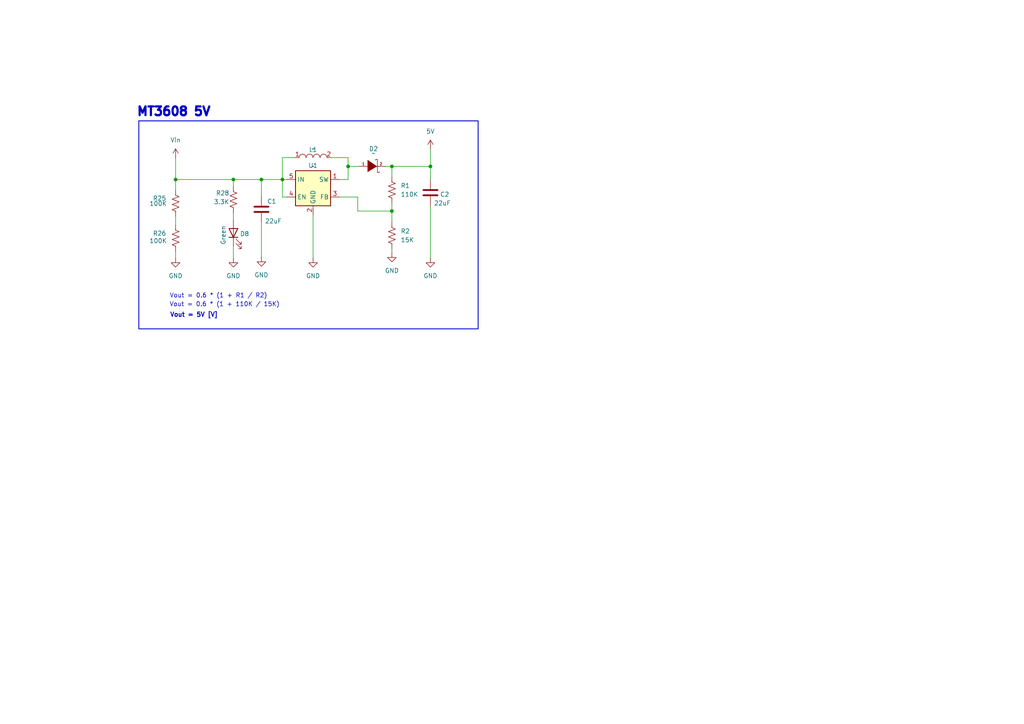
<source format=kicad_sch>
(kicad_sch
	(version 20250114)
	(generator "eeschema")
	(generator_version "9.0")
	(uuid "10785ebf-a92a-4057-9d12-87fb2c22e6f3")
	(paper "A4")
	(lib_symbols
		(symbol "Device:C"
			(pin_numbers
				(hide yes)
			)
			(pin_names
				(offset 0.254)
			)
			(exclude_from_sim no)
			(in_bom yes)
			(on_board yes)
			(property "Reference" "C"
				(at 0.635 2.54 0)
				(effects
					(font
						(size 1.27 1.27)
					)
					(justify left)
				)
			)
			(property "Value" "C"
				(at 0.635 -2.54 0)
				(effects
					(font
						(size 1.27 1.27)
					)
					(justify left)
				)
			)
			(property "Footprint" ""
				(at 0.9652 -3.81 0)
				(effects
					(font
						(size 1.27 1.27)
					)
					(hide yes)
				)
			)
			(property "Datasheet" "~"
				(at 0 0 0)
				(effects
					(font
						(size 1.27 1.27)
					)
					(hide yes)
				)
			)
			(property "Description" "Unpolarized capacitor"
				(at 0 0 0)
				(effects
					(font
						(size 1.27 1.27)
					)
					(hide yes)
				)
			)
			(property "ki_keywords" "cap capacitor"
				(at 0 0 0)
				(effects
					(font
						(size 1.27 1.27)
					)
					(hide yes)
				)
			)
			(property "ki_fp_filters" "C_*"
				(at 0 0 0)
				(effects
					(font
						(size 1.27 1.27)
					)
					(hide yes)
				)
			)
			(symbol "C_0_1"
				(polyline
					(pts
						(xy -2.032 0.762) (xy 2.032 0.762)
					)
					(stroke
						(width 0.508)
						(type default)
					)
					(fill
						(type none)
					)
				)
				(polyline
					(pts
						(xy -2.032 -0.762) (xy 2.032 -0.762)
					)
					(stroke
						(width 0.508)
						(type default)
					)
					(fill
						(type none)
					)
				)
			)
			(symbol "C_1_1"
				(pin passive line
					(at 0 3.81 270)
					(length 2.794)
					(name "~"
						(effects
							(font
								(size 1.27 1.27)
							)
						)
					)
					(number "1"
						(effects
							(font
								(size 1.27 1.27)
							)
						)
					)
				)
				(pin passive line
					(at 0 -3.81 90)
					(length 2.794)
					(name "~"
						(effects
							(font
								(size 1.27 1.27)
							)
						)
					)
					(number "2"
						(effects
							(font
								(size 1.27 1.27)
							)
						)
					)
				)
			)
			(embedded_fonts no)
		)
		(symbol "Device:LED"
			(pin_numbers
				(hide yes)
			)
			(pin_names
				(offset 1.016)
				(hide yes)
			)
			(exclude_from_sim no)
			(in_bom yes)
			(on_board yes)
			(property "Reference" "D"
				(at 0 2.54 0)
				(effects
					(font
						(size 1.27 1.27)
					)
				)
			)
			(property "Value" "LED"
				(at 0 -2.54 0)
				(effects
					(font
						(size 1.27 1.27)
					)
				)
			)
			(property "Footprint" ""
				(at 0 0 0)
				(effects
					(font
						(size 1.27 1.27)
					)
					(hide yes)
				)
			)
			(property "Datasheet" "~"
				(at 0 0 0)
				(effects
					(font
						(size 1.27 1.27)
					)
					(hide yes)
				)
			)
			(property "Description" "Light emitting diode"
				(at 0 0 0)
				(effects
					(font
						(size 1.27 1.27)
					)
					(hide yes)
				)
			)
			(property "ki_keywords" "LED diode"
				(at 0 0 0)
				(effects
					(font
						(size 1.27 1.27)
					)
					(hide yes)
				)
			)
			(property "ki_fp_filters" "LED* LED_SMD:* LED_THT:*"
				(at 0 0 0)
				(effects
					(font
						(size 1.27 1.27)
					)
					(hide yes)
				)
			)
			(symbol "LED_0_1"
				(polyline
					(pts
						(xy -3.048 -0.762) (xy -4.572 -2.286) (xy -3.81 -2.286) (xy -4.572 -2.286) (xy -4.572 -1.524)
					)
					(stroke
						(width 0)
						(type default)
					)
					(fill
						(type none)
					)
				)
				(polyline
					(pts
						(xy -1.778 -0.762) (xy -3.302 -2.286) (xy -2.54 -2.286) (xy -3.302 -2.286) (xy -3.302 -1.524)
					)
					(stroke
						(width 0)
						(type default)
					)
					(fill
						(type none)
					)
				)
				(polyline
					(pts
						(xy -1.27 0) (xy 1.27 0)
					)
					(stroke
						(width 0)
						(type default)
					)
					(fill
						(type none)
					)
				)
				(polyline
					(pts
						(xy -1.27 -1.27) (xy -1.27 1.27)
					)
					(stroke
						(width 0.254)
						(type default)
					)
					(fill
						(type none)
					)
				)
				(polyline
					(pts
						(xy 1.27 -1.27) (xy 1.27 1.27) (xy -1.27 0) (xy 1.27 -1.27)
					)
					(stroke
						(width 0.254)
						(type default)
					)
					(fill
						(type none)
					)
				)
			)
			(symbol "LED_1_1"
				(pin passive line
					(at -3.81 0 0)
					(length 2.54)
					(name "K"
						(effects
							(font
								(size 1.27 1.27)
							)
						)
					)
					(number "1"
						(effects
							(font
								(size 1.27 1.27)
							)
						)
					)
				)
				(pin passive line
					(at 3.81 0 180)
					(length 2.54)
					(name "A"
						(effects
							(font
								(size 1.27 1.27)
							)
						)
					)
					(number "2"
						(effects
							(font
								(size 1.27 1.27)
							)
						)
					)
				)
			)
			(embedded_fonts no)
		)
		(symbol "Device:R_US"
			(pin_numbers
				(hide yes)
			)
			(pin_names
				(offset 0)
			)
			(exclude_from_sim no)
			(in_bom yes)
			(on_board yes)
			(property "Reference" "R"
				(at 2.54 0 90)
				(effects
					(font
						(size 1.27 1.27)
					)
				)
			)
			(property "Value" "R_US"
				(at -2.54 0 90)
				(effects
					(font
						(size 1.27 1.27)
					)
				)
			)
			(property "Footprint" ""
				(at 1.016 -0.254 90)
				(effects
					(font
						(size 1.27 1.27)
					)
					(hide yes)
				)
			)
			(property "Datasheet" "~"
				(at 0 0 0)
				(effects
					(font
						(size 1.27 1.27)
					)
					(hide yes)
				)
			)
			(property "Description" "Resistor, US symbol"
				(at 0 0 0)
				(effects
					(font
						(size 1.27 1.27)
					)
					(hide yes)
				)
			)
			(property "ki_keywords" "R res resistor"
				(at 0 0 0)
				(effects
					(font
						(size 1.27 1.27)
					)
					(hide yes)
				)
			)
			(property "ki_fp_filters" "R_*"
				(at 0 0 0)
				(effects
					(font
						(size 1.27 1.27)
					)
					(hide yes)
				)
			)
			(symbol "R_US_0_1"
				(polyline
					(pts
						(xy 0 2.286) (xy 0 2.54)
					)
					(stroke
						(width 0)
						(type default)
					)
					(fill
						(type none)
					)
				)
				(polyline
					(pts
						(xy 0 2.286) (xy 1.016 1.905) (xy 0 1.524) (xy -1.016 1.143) (xy 0 0.762)
					)
					(stroke
						(width 0)
						(type default)
					)
					(fill
						(type none)
					)
				)
				(polyline
					(pts
						(xy 0 0.762) (xy 1.016 0.381) (xy 0 0) (xy -1.016 -0.381) (xy 0 -0.762)
					)
					(stroke
						(width 0)
						(type default)
					)
					(fill
						(type none)
					)
				)
				(polyline
					(pts
						(xy 0 -0.762) (xy 1.016 -1.143) (xy 0 -1.524) (xy -1.016 -1.905) (xy 0 -2.286)
					)
					(stroke
						(width 0)
						(type default)
					)
					(fill
						(type none)
					)
				)
				(polyline
					(pts
						(xy 0 -2.286) (xy 0 -2.54)
					)
					(stroke
						(width 0)
						(type default)
					)
					(fill
						(type none)
					)
				)
			)
			(symbol "R_US_1_1"
				(pin passive line
					(at 0 3.81 270)
					(length 1.27)
					(name "~"
						(effects
							(font
								(size 1.27 1.27)
							)
						)
					)
					(number "1"
						(effects
							(font
								(size 1.27 1.27)
							)
						)
					)
				)
				(pin passive line
					(at 0 -3.81 90)
					(length 1.27)
					(name "~"
						(effects
							(font
								(size 1.27 1.27)
							)
						)
					)
					(number "2"
						(effects
							(font
								(size 1.27 1.27)
							)
						)
					)
				)
			)
			(embedded_fonts no)
		)
		(symbol "JuanDavid_Library:Coil_3.3A_4.7uH"
			(exclude_from_sim no)
			(in_bom yes)
			(on_board yes)
			(property "Reference" "L"
				(at 0 2.54 0)
				(effects
					(font
						(size 1.27 1.27)
					)
				)
			)
			(property "Value" ""
				(at -1.27 2.54 0)
				(effects
					(font
						(size 1.27 1.27)
					)
				)
			)
			(property "Footprint" "JuanDavid_Library:IND-SMD_L6.0-W6.0"
				(at 0 -5.08 0)
				(effects
					(font
						(size 1.27 1.27)
					)
					(hide yes)
				)
			)
			(property "Datasheet" ""
				(at -1.27 2.54 0)
				(effects
					(font
						(size 1.27 1.27)
					)
					(hide yes)
				)
			)
			(property "Description" ""
				(at -1.27 2.54 0)
				(effects
					(font
						(size 1.27 1.27)
					)
					(hide yes)
				)
			)
			(property "LCSC Part" "C341065"
				(at 0 -2.54 0)
				(effects
					(font
						(size 1.27 1.27)
					)
					(hide yes)
				)
			)
			(property "Name " "Coil"
				(at -3.81 -7.62 0)
				(effects
					(font
						(size 1.27 1.27)
					)
					(hide yes)
				)
			)
			(symbol "Coil_3.3A_4.7uH_0_1"
				(arc
					(start -4.06 -0.01)
					(mid -3.055 1.013)
					(end -2.03 0.01)
					(stroke
						(width 0)
						(type default)
					)
					(fill
						(type none)
					)
				)
				(arc
					(start -2.03 -0.01)
					(mid -1.025 1.013)
					(end 0 0.01)
					(stroke
						(width 0)
						(type default)
					)
					(fill
						(type none)
					)
				)
				(arc
					(start 0 -0.01)
					(mid 1.005 1.013)
					(end 2.03 0.01)
					(stroke
						(width 0)
						(type default)
					)
					(fill
						(type none)
					)
				)
				(arc
					(start 2.03 -0.01)
					(mid 3.035 1.013)
					(end 4.06 0.01)
					(stroke
						(width 0)
						(type default)
					)
					(fill
						(type none)
					)
				)
			)
			(symbol "Coil_3.3A_4.7uH_1_1"
				(pin unspecified line
					(at -5.08 0 0)
					(length 1.016)
					(name ""
						(effects
							(font
								(size 1.27 1.27)
							)
						)
					)
					(number "1"
						(effects
							(font
								(size 1.27 1.27)
							)
						)
					)
				)
				(pin unspecified line
					(at 5.08 0 180)
					(length 1.016)
					(name ""
						(effects
							(font
								(size 1.27 1.27)
							)
						)
					)
					(number "2"
						(effects
							(font
								(size 1.27 1.27)
							)
						)
					)
				)
			)
			(embedded_fonts no)
		)
		(symbol "JuanDavid_Library:MT3608"
			(exclude_from_sim no)
			(in_bom yes)
			(on_board yes)
			(property "Reference" "U"
				(at 0.254 8.636 0)
				(effects
					(font
						(size 1.27 1.27)
					)
				)
			)
			(property "Value" ""
				(at 0 0 0)
				(effects
					(font
						(size 1.27 1.27)
					)
				)
			)
			(property "Footprint" "JuanDavid_Library:SOT-23-6_L2.9-W1.6-P0.95-LS2.8-BL"
				(at 1.27 -11.176 0)
				(effects
					(font
						(size 1.27 1.27)
					)
					(hide yes)
				)
			)
			(property "Datasheet" ""
				(at 0 0 0)
				(effects
					(font
						(size 1.27 1.27)
					)
					(hide yes)
				)
			)
			(property "Description" "boost converterType 28V 2V~24V SOT-23-6 DC-DC Converters ROHS"
				(at 1.27 -16.51 0)
				(effects
					(font
						(size 1.27 1.27)
					)
					(hide yes)
				)
			)
			(property "LCSC Part" "C84817"
				(at -7.366 -9.144 0)
				(effects
					(font
						(size 1.27 1.27)
					)
					(hide yes)
				)
			)
			(property "Name" "MT3608"
				(at 0 0 0)
				(effects
					(font
						(size 1.27 1.27)
					)
					(hide yes)
				)
			)
			(symbol "MT3608_0_1"
				(rectangle
					(start -5.08 5.08)
					(end 5.08 -5.08)
					(stroke
						(width 0.254)
						(type default)
					)
					(fill
						(type background)
					)
				)
			)
			(symbol "MT3608_1_1"
				(pin power_in line
					(at -7.62 2.54 0)
					(length 2.54)
					(name "IN"
						(effects
							(font
								(size 1.27 1.27)
							)
						)
					)
					(number "5"
						(effects
							(font
								(size 1.27 1.27)
							)
						)
					)
				)
				(pin input line
					(at -7.62 -2.54 0)
					(length 2.54)
					(name "EN"
						(effects
							(font
								(size 1.27 1.27)
							)
						)
					)
					(number "4"
						(effects
							(font
								(size 1.27 1.27)
							)
						)
					)
				)
				(pin power_in line
					(at 0 -7.62 90)
					(length 2.54)
					(name "GND"
						(effects
							(font
								(size 1.27 1.27)
							)
						)
					)
					(number "2"
						(effects
							(font
								(size 1.27 1.27)
							)
						)
					)
				)
				(pin no_connect line
					(at 5.08 0 180)
					(length 2.54)
					(hide yes)
					(name "NC"
						(effects
							(font
								(size 1.27 1.27)
							)
						)
					)
					(number "6"
						(effects
							(font
								(size 1.27 1.27)
							)
						)
					)
				)
				(pin passive line
					(at 7.62 2.54 180)
					(length 2.54)
					(name "SW"
						(effects
							(font
								(size 1.27 1.27)
							)
						)
					)
					(number "1"
						(effects
							(font
								(size 1.27 1.27)
							)
						)
					)
				)
				(pin input line
					(at 7.62 -2.54 180)
					(length 2.54)
					(name "FB"
						(effects
							(font
								(size 1.27 1.27)
							)
						)
					)
					(number "3"
						(effects
							(font
								(size 1.27 1.27)
							)
						)
					)
				)
			)
			(embedded_fonts no)
		)
		(symbol "SS54_1"
			(exclude_from_sim no)
			(in_bom yes)
			(on_board yes)
			(property "Reference" "D"
				(at 0 2.54 0)
				(effects
					(font
						(size 1.27 1.27)
					)
				)
			)
			(property "Value" ""
				(at 0 0 0)
				(effects
					(font
						(size 1.27 1.27)
					)
				)
			)
			(property "Footprint" "JuanDavid_Library:SMA_L4.4-W2.8-LS5.4-R-RD"
				(at 1.27 -6.35 0)
				(effects
					(font
						(size 1.27 1.27)
					)
					(hide yes)
				)
			)
			(property "Datasheet" ""
				(at 0 0 0)
				(effects
					(font
						(size 1.27 1.27)
					)
					(hide yes)
				)
			)
			(property "Description" "40V 550mV@5A 5A SMA(DO-214AC) Schottky Barrier Diodes (SBD) ROHS"
				(at 1.27 -8.89 0)
				(effects
					(font
						(size 1.27 1.27)
					)
					(hide yes)
				)
			)
			(property "LCSC Part" "C22452"
				(at 0 -3.81 0)
				(effects
					(font
						(size 1.27 1.27)
					)
					(hide yes)
				)
			)
			(property "Name" "SS54"
				(at 1.27 -11.43 0)
				(effects
					(font
						(size 1.27 1.27)
					)
					(hide yes)
				)
			)
			(symbol "SS54_1_0_1"
				(polyline
					(pts
						(xy -2.03 1.52) (xy -2.03 1.78) (xy -1.52 1.78) (xy -1.52 -2.03) (xy -1.02 -2.03) (xy -1.02 -1.78)
					)
					(stroke
						(width 0)
						(type default)
					)
					(fill
						(type none)
					)
				)
			)
			(symbol "SS54_1_1_1"
				(polyline
					(pts
						(xy 1.27 1.52) (xy -1.27 0) (xy 1.27 -1.78) (xy 1.27 1.52)
					)
					(stroke
						(width 0)
						(type solid)
					)
					(fill
						(type color)
						(color 132 0 0 1)
					)
				)
				(pin output line
					(at -3.81 0 0)
					(length 2.54)
					(name ""
						(effects
							(font
								(size 1.27 1.27)
							)
						)
					)
					(number "2"
						(effects
							(font
								(size 0.762 0.762)
							)
						)
					)
				)
				(pin input line
					(at 3.81 0 180)
					(length 2.54)
					(name ""
						(effects
							(font
								(size 1.27 1.27)
							)
						)
					)
					(number "1"
						(effects
							(font
								(size 0.762 0.762)
							)
						)
					)
				)
			)
			(embedded_fonts no)
		)
		(symbol "power:+5V"
			(power)
			(pin_numbers
				(hide yes)
			)
			(pin_names
				(offset 0)
				(hide yes)
			)
			(exclude_from_sim no)
			(in_bom yes)
			(on_board yes)
			(property "Reference" "#PWR"
				(at 0 -3.81 0)
				(effects
					(font
						(size 1.27 1.27)
					)
					(hide yes)
				)
			)
			(property "Value" "+5V"
				(at 0 3.556 0)
				(effects
					(font
						(size 1.27 1.27)
					)
				)
			)
			(property "Footprint" ""
				(at 0 0 0)
				(effects
					(font
						(size 1.27 1.27)
					)
					(hide yes)
				)
			)
			(property "Datasheet" ""
				(at 0 0 0)
				(effects
					(font
						(size 1.27 1.27)
					)
					(hide yes)
				)
			)
			(property "Description" "Power symbol creates a global label with name \"+5V\""
				(at 0 0 0)
				(effects
					(font
						(size 1.27 1.27)
					)
					(hide yes)
				)
			)
			(property "ki_keywords" "global power"
				(at 0 0 0)
				(effects
					(font
						(size 1.27 1.27)
					)
					(hide yes)
				)
			)
			(symbol "+5V_0_1"
				(polyline
					(pts
						(xy -0.762 1.27) (xy 0 2.54)
					)
					(stroke
						(width 0)
						(type default)
					)
					(fill
						(type none)
					)
				)
				(polyline
					(pts
						(xy 0 2.54) (xy 0.762 1.27)
					)
					(stroke
						(width 0)
						(type default)
					)
					(fill
						(type none)
					)
				)
				(polyline
					(pts
						(xy 0 0) (xy 0 2.54)
					)
					(stroke
						(width 0)
						(type default)
					)
					(fill
						(type none)
					)
				)
			)
			(symbol "+5V_1_1"
				(pin power_in line
					(at 0 0 90)
					(length 0)
					(name "~"
						(effects
							(font
								(size 1.27 1.27)
							)
						)
					)
					(number "1"
						(effects
							(font
								(size 1.27 1.27)
							)
						)
					)
				)
			)
			(embedded_fonts no)
		)
		(symbol "power:GND"
			(power)
			(pin_numbers
				(hide yes)
			)
			(pin_names
				(offset 0)
				(hide yes)
			)
			(exclude_from_sim no)
			(in_bom yes)
			(on_board yes)
			(property "Reference" "#PWR"
				(at 0 -6.35 0)
				(effects
					(font
						(size 1.27 1.27)
					)
					(hide yes)
				)
			)
			(property "Value" "GND"
				(at 0 -3.81 0)
				(effects
					(font
						(size 1.27 1.27)
					)
				)
			)
			(property "Footprint" ""
				(at 0 0 0)
				(effects
					(font
						(size 1.27 1.27)
					)
					(hide yes)
				)
			)
			(property "Datasheet" ""
				(at 0 0 0)
				(effects
					(font
						(size 1.27 1.27)
					)
					(hide yes)
				)
			)
			(property "Description" "Power symbol creates a global label with name \"GND\" , ground"
				(at 0 0 0)
				(effects
					(font
						(size 1.27 1.27)
					)
					(hide yes)
				)
			)
			(property "ki_keywords" "global power"
				(at 0 0 0)
				(effects
					(font
						(size 1.27 1.27)
					)
					(hide yes)
				)
			)
			(symbol "GND_0_1"
				(polyline
					(pts
						(xy 0 0) (xy 0 -1.27) (xy 1.27 -1.27) (xy 0 -2.54) (xy -1.27 -1.27) (xy 0 -1.27)
					)
					(stroke
						(width 0)
						(type default)
					)
					(fill
						(type none)
					)
				)
			)
			(symbol "GND_1_1"
				(pin power_in line
					(at 0 0 270)
					(length 0)
					(name "~"
						(effects
							(font
								(size 1.27 1.27)
							)
						)
					)
					(number "1"
						(effects
							(font
								(size 1.27 1.27)
							)
						)
					)
				)
			)
			(embedded_fonts no)
		)
	)
	(rectangle
		(start 40.259 35.052)
		(end 138.684 95.377)
		(stroke
			(width 0.254)
			(type default)
		)
		(fill
			(type none)
		)
		(uuid 009f73ca-0357-47a0-8a7b-f2066c82d6ef)
	)
	(text "MT3608 5V"
		(exclude_from_sim no)
		(at 50.419 32.512 0)
		(effects
			(font
				(size 2.54 2.54)
				(thickness 1.016)
				(bold yes)
			)
		)
		(uuid "7e1838b6-f9b7-4760-beee-199604203d89")
	)
	(text "Vout = 0.6 * (1 + R1 / R2)"
		(exclude_from_sim no)
		(at 63.373 85.852 0)
		(effects
			(font
				(size 1.27 1.27)
			)
		)
		(uuid "c2763c90-c047-4c07-9061-0823f35b0a04")
	)
	(text "Vout = 0.6 * (1 + ${62d996f4-4582-40a5-851a-0a104daa3b9f:VALUE} / ${ee5182a1-da48-49d6-bcc3-243607e9afd5:VALUE})"
		(exclude_from_sim no)
		(at 65.151 88.392 0)
		(effects
			(font
				(size 1.27 1.27)
			)
		)
		(uuid "e0b1f7d6-e34f-48eb-be18-1b0f39a901ac")
	)
	(text "Vout = 5V [V]"
		(exclude_from_sim no)
		(at 56.261 91.44 0)
		(effects
			(font
				(size 1.27 1.27)
				(thickness 0.254)
				(bold yes)
			)
		)
		(uuid "fdf5068f-0e25-402a-b975-b065c555bbf6")
	)
	(junction
		(at 50.927 52.07)
		(diameter 0)
		(color 0 0 0 0)
		(uuid "4460297d-21aa-4580-b342-8c0a0fe9bced")
	)
	(junction
		(at 113.665 61.214)
		(diameter 0)
		(color 0 0 0 0)
		(uuid "46927353-8b6e-48fc-aef6-0a0229213860")
	)
	(junction
		(at 81.915 52.07)
		(diameter 0)
		(color 0 0 0 0)
		(uuid "55bb521c-a72f-4ad8-adce-6c1b91c1aef8")
	)
	(junction
		(at 100.965 48.26)
		(diameter 0)
		(color 0 0 0 0)
		(uuid "68935425-1bb7-43d5-b7a6-a49768d3b2a4")
	)
	(junction
		(at 124.841 48.26)
		(diameter 0)
		(color 0 0 0 0)
		(uuid "890db574-8ff8-4074-82c3-c49b5dc4e139")
	)
	(junction
		(at 67.691 52.07)
		(diameter 0)
		(color 0 0 0 0)
		(uuid "89317b1b-867f-4b30-b80c-e0c817fec55d")
	)
	(junction
		(at 113.665 48.26)
		(diameter 0)
		(color 0 0 0 0)
		(uuid "94ddd4ff-b756-438e-a3d3-8a49302a6a2d")
	)
	(junction
		(at 75.819 52.07)
		(diameter 0)
		(color 0 0 0 0)
		(uuid "9e1285ec-cc11-4859-ae56-93db16c603aa")
	)
	(wire
		(pts
			(xy 67.691 52.07) (xy 67.691 54.102)
		)
		(stroke
			(width 0)
			(type default)
		)
		(uuid "02cd906a-5c41-4b36-bb44-5f3c70d4cf84")
	)
	(wire
		(pts
			(xy 67.691 52.07) (xy 75.819 52.07)
		)
		(stroke
			(width 0)
			(type default)
		)
		(uuid "07e7dceb-4e7d-4e95-b2e9-dcac3cf5de89")
	)
	(wire
		(pts
			(xy 98.425 52.07) (xy 100.965 52.07)
		)
		(stroke
			(width 0)
			(type default)
		)
		(uuid "1b06d324-5f31-49f9-9de3-a73891ef6188")
	)
	(wire
		(pts
			(xy 113.665 48.26) (xy 113.665 51.308)
		)
		(stroke
			(width 0)
			(type default)
		)
		(uuid "24fd018d-dd07-4e1d-a6cf-c54405f0dbcd")
	)
	(wire
		(pts
			(xy 50.927 52.07) (xy 67.691 52.07)
		)
		(stroke
			(width 0)
			(type default)
		)
		(uuid "2a0cc529-8b23-4389-941e-926230a632d9")
	)
	(wire
		(pts
			(xy 103.759 61.214) (xy 113.665 61.214)
		)
		(stroke
			(width 0)
			(type default)
		)
		(uuid "2a3cf006-a949-41c3-b22b-1bf8eedecc4c")
	)
	(wire
		(pts
			(xy 75.819 56.896) (xy 75.819 52.07)
		)
		(stroke
			(width 0)
			(type default)
		)
		(uuid "3c7cb3ea-c18a-4613-a6a8-042f4ceb034f")
	)
	(wire
		(pts
			(xy 83.185 57.15) (xy 81.915 57.15)
		)
		(stroke
			(width 0)
			(type default)
		)
		(uuid "3dd70214-e69e-427d-bf02-95f4af6c36cf")
	)
	(wire
		(pts
			(xy 113.665 61.214) (xy 113.665 64.516)
		)
		(stroke
			(width 0)
			(type default)
		)
		(uuid "43fe0c55-683b-40de-b10a-097099055518")
	)
	(wire
		(pts
			(xy 124.841 48.26) (xy 124.841 52.07)
		)
		(stroke
			(width 0)
			(type default)
		)
		(uuid "47935233-20e4-4cf2-9eae-b0a813bc1913")
	)
	(wire
		(pts
			(xy 124.841 59.69) (xy 124.841 74.93)
		)
		(stroke
			(width 0)
			(type default)
		)
		(uuid "52ab7071-3ae0-435a-b11f-655168d2937c")
	)
	(wire
		(pts
			(xy 95.885 45.72) (xy 100.965 45.72)
		)
		(stroke
			(width 0)
			(type default)
		)
		(uuid "5a539f19-ef54-43de-a46f-36471c963b29")
	)
	(wire
		(pts
			(xy 50.927 45.72) (xy 50.927 52.07)
		)
		(stroke
			(width 0)
			(type default)
		)
		(uuid "5c1c32ac-ecdc-4dab-a881-e833bdbfb95c")
	)
	(wire
		(pts
			(xy 67.691 71.374) (xy 67.691 74.93)
		)
		(stroke
			(width 0)
			(type default)
		)
		(uuid "5e8633fb-f10d-412c-b222-b043cc9aed16")
	)
	(wire
		(pts
			(xy 100.965 45.72) (xy 100.965 48.26)
		)
		(stroke
			(width 0)
			(type default)
		)
		(uuid "602d22d5-e4f6-4a73-adc7-887aadb633fd")
	)
	(wire
		(pts
			(xy 124.841 43.18) (xy 124.841 48.26)
		)
		(stroke
			(width 0)
			(type default)
		)
		(uuid "6aaa75f6-e6c7-4f4e-86a3-01228b8b02b1")
	)
	(wire
		(pts
			(xy 50.927 72.898) (xy 50.927 74.93)
		)
		(stroke
			(width 0)
			(type default)
		)
		(uuid "70462163-ee09-46c1-9a16-d9ff1a99177c")
	)
	(wire
		(pts
			(xy 81.915 57.15) (xy 81.915 52.07)
		)
		(stroke
			(width 0)
			(type default)
		)
		(uuid "7296a59f-1988-4bb4-8a4b-0d22cc15f617")
	)
	(wire
		(pts
			(xy 98.425 57.15) (xy 103.759 57.15)
		)
		(stroke
			(width 0)
			(type default)
		)
		(uuid "72ee8579-c2c1-4fef-afbe-de3786e43435")
	)
	(wire
		(pts
			(xy 103.759 57.15) (xy 103.759 61.214)
		)
		(stroke
			(width 0)
			(type default)
		)
		(uuid "7454024b-d750-4f62-81ae-2b224f14be15")
	)
	(wire
		(pts
			(xy 85.725 45.72) (xy 81.915 45.72)
		)
		(stroke
			(width 0)
			(type default)
		)
		(uuid "7a42edb3-c17e-40f2-bc45-9cb16b0e242d")
	)
	(wire
		(pts
			(xy 50.927 62.738) (xy 50.927 65.278)
		)
		(stroke
			(width 0)
			(type default)
		)
		(uuid "8219945d-c554-4d1c-99b2-631a708cdefa")
	)
	(wire
		(pts
			(xy 75.819 52.07) (xy 81.915 52.07)
		)
		(stroke
			(width 0)
			(type default)
		)
		(uuid "842035fd-85fb-4595-a1af-1dcbd62bd740")
	)
	(wire
		(pts
			(xy 75.819 64.516) (xy 75.819 74.676)
		)
		(stroke
			(width 0)
			(type default)
		)
		(uuid "88af036c-f94d-4878-b6dc-1a337ade49e5")
	)
	(wire
		(pts
			(xy 50.927 52.07) (xy 50.927 55.118)
		)
		(stroke
			(width 0)
			(type default)
		)
		(uuid "923a771a-bd38-4a0d-9019-251674123e01")
	)
	(wire
		(pts
			(xy 111.76 48.26) (xy 113.665 48.26)
		)
		(stroke
			(width 0)
			(type default)
		)
		(uuid "9379a7a1-cbce-445c-ac4c-a7a02267a08b")
	)
	(wire
		(pts
			(xy 81.915 45.72) (xy 81.915 52.07)
		)
		(stroke
			(width 0)
			(type default)
		)
		(uuid "9bb8c2e4-6dfe-41ad-8f14-2ee735c863e8")
	)
	(wire
		(pts
			(xy 81.915 52.07) (xy 83.185 52.07)
		)
		(stroke
			(width 0)
			(type default)
		)
		(uuid "a64c63a5-c999-4a08-84d6-3545e672467e")
	)
	(wire
		(pts
			(xy 113.665 58.928) (xy 113.665 61.214)
		)
		(stroke
			(width 0)
			(type default)
		)
		(uuid "ad5a5ae0-80f5-4925-99f5-b9b2d1180bf1")
	)
	(wire
		(pts
			(xy 100.965 48.26) (xy 104.14 48.26)
		)
		(stroke
			(width 0)
			(type default)
		)
		(uuid "add02a89-4f18-4862-bfb0-1f8a70794f8a")
	)
	(wire
		(pts
			(xy 113.665 48.26) (xy 124.841 48.26)
		)
		(stroke
			(width 0)
			(type default)
		)
		(uuid "be213b01-60b8-4114-8373-957077f059e2")
	)
	(wire
		(pts
			(xy 67.691 61.722) (xy 67.691 63.754)
		)
		(stroke
			(width 0)
			(type default)
		)
		(uuid "c2adcf3c-a747-4a03-a2b3-1e3dc2e5b9c2")
	)
	(wire
		(pts
			(xy 100.965 48.26) (xy 100.965 52.07)
		)
		(stroke
			(width 0)
			(type default)
		)
		(uuid "c5fdba6a-849f-43b6-b0ff-e32fcc7f6c96")
	)
	(wire
		(pts
			(xy 90.805 62.23) (xy 90.805 74.93)
		)
		(stroke
			(width 0)
			(type default)
		)
		(uuid "efaab588-6e44-4dbb-ac9b-ffa222c18059")
	)
	(wire
		(pts
			(xy 113.665 72.136) (xy 113.665 73.406)
		)
		(stroke
			(width 0)
			(type default)
		)
		(uuid "f212ec3d-9170-4b06-a4b4-7d977696ebd8")
	)
	(symbol
		(lib_name "SS54_1")
		(lib_id "JuanDavid_Library:SS54")
		(at 107.95 48.26 180)
		(unit 1)
		(exclude_from_sim no)
		(in_bom yes)
		(on_board yes)
		(dnp no)
		(fields_autoplaced yes)
		(uuid "120491f2-db32-4684-a377-457f6d844a07")
		(property "Reference" "D2"
			(at 108.33 43.18 0)
			(effects
				(font
					(size 1.27 1.27)
				)
			)
		)
		(property "Value" "~"
			(at 108.33 44.45 0)
			(effects
				(font
					(size 1.27 1.27)
				)
			)
		)
		(property "Footprint" "JuanDavid_Library:SMA_L4.4-W2.8-LS5.4-R-RD"
			(at 106.68 41.91 0)
			(effects
				(font
					(size 1.27 1.27)
				)
				(hide yes)
			)
		)
		(property "Datasheet" ""
			(at 107.95 48.26 0)
			(effects
				(font
					(size 1.27 1.27)
				)
				(hide yes)
			)
		)
		(property "Description" "40V 550mV@5A 5A SMA(DO-214AC) Schottky Barrier Diodes (SBD) ROHS"
			(at 106.68 39.37 0)
			(effects
				(font
					(size 1.27 1.27)
				)
				(hide yes)
			)
		)
		(property "LCSC Part" "C22452"
			(at 107.95 44.45 0)
			(effects
				(font
					(size 1.27 1.27)
				)
				(hide yes)
			)
		)
		(property "Name" "SS54"
			(at 106.68 36.83 0)
			(effects
				(font
					(size 1.27 1.27)
				)
				(hide yes)
			)
		)
		(pin "2"
			(uuid "34805461-6054-4bdb-a31b-1745366dcd9e")
		)
		(pin "1"
			(uuid "1021dc95-3c32-4d03-b270-3e60a7244f65")
		)
		(instances
			(project ""
				(path "/174e25dc-8871-455c-9bd2-c4546b03a3b5"
					(reference "D2")
					(unit 1)
				)
			)
		)
	)
	(symbol
		(lib_id "power:GND")
		(at 113.665 73.406 0)
		(unit 1)
		(exclude_from_sim no)
		(in_bom yes)
		(on_board yes)
		(dnp no)
		(fields_autoplaced yes)
		(uuid "30f1b778-b78d-441c-8a31-3898a6a9edcd")
		(property "Reference" "#PWR06"
			(at 113.665 79.756 0)
			(effects
				(font
					(size 1.27 1.27)
				)
				(hide yes)
			)
		)
		(property "Value" "GND"
			(at 113.665 78.486 0)
			(effects
				(font
					(size 1.27 1.27)
				)
			)
		)
		(property "Footprint" ""
			(at 113.665 73.406 0)
			(effects
				(font
					(size 1.27 1.27)
				)
				(hide yes)
			)
		)
		(property "Datasheet" ""
			(at 113.665 73.406 0)
			(effects
				(font
					(size 1.27 1.27)
				)
				(hide yes)
			)
		)
		(property "Description" "Power symbol creates a global label with name \"GND\" , ground"
			(at 113.665 73.406 0)
			(effects
				(font
					(size 1.27 1.27)
				)
				(hide yes)
			)
		)
		(pin "1"
			(uuid "2205b548-751a-4c02-810e-87a4dd5b294e")
		)
		(instances
			(project "testdelete"
				(path "/174e25dc-8871-455c-9bd2-c4546b03a3b5"
					(reference "#PWR06")
					(unit 1)
				)
			)
		)
	)
	(symbol
		(lib_id "Device:R_US")
		(at 67.691 57.912 180)
		(unit 1)
		(exclude_from_sim no)
		(in_bom yes)
		(on_board yes)
		(dnp no)
		(uuid "3b9a8208-7a73-40fd-8e5c-82d1cbe5f88d")
		(property "Reference" "R28"
			(at 62.611 56.007 0)
			(effects
				(font
					(size 1.27 1.27)
				)
				(justify right)
			)
		)
		(property "Value" "3.3K"
			(at 61.976 58.547 0)
			(effects
				(font
					(size 1.27 1.27)
				)
				(justify right)
			)
		)
		(property "Footprint" "Resistor_SMD:R_0603_1608Metric"
			(at 66.675 57.658 90)
			(effects
				(font
					(size 1.27 1.27)
				)
				(hide yes)
			)
		)
		(property "Datasheet" "~"
			(at 67.691 57.912 0)
			(effects
				(font
					(size 1.27 1.27)
				)
				(hide yes)
			)
		)
		(property "Description" "Resistor, US symbol"
			(at 67.691 57.912 0)
			(effects
				(font
					(size 1.27 1.27)
				)
				(hide yes)
			)
		)
		(pin "2"
			(uuid "6625ef7d-de70-44f9-ba62-7c5c30492a42")
		)
		(pin "1"
			(uuid "bbbd8bb3-545b-49e8-84fc-f5963b1404fe")
		)
		(instances
			(project "testdelete"
				(path "/174e25dc-8871-455c-9bd2-c4546b03a3b5"
					(reference "R28")
					(unit 1)
				)
			)
		)
	)
	(symbol
		(lib_id "power:GND")
		(at 124.841 74.93 0)
		(unit 1)
		(exclude_from_sim no)
		(in_bom yes)
		(on_board yes)
		(dnp no)
		(fields_autoplaced yes)
		(uuid "4a65b6c6-6c10-4907-b854-cd2e859b3d9b")
		(property "Reference" "#PWR08"
			(at 124.841 81.28 0)
			(effects
				(font
					(size 1.27 1.27)
				)
				(hide yes)
			)
		)
		(property "Value" "GND"
			(at 124.841 80.01 0)
			(effects
				(font
					(size 1.27 1.27)
				)
			)
		)
		(property "Footprint" ""
			(at 124.841 74.93 0)
			(effects
				(font
					(size 1.27 1.27)
				)
				(hide yes)
			)
		)
		(property "Datasheet" ""
			(at 124.841 74.93 0)
			(effects
				(font
					(size 1.27 1.27)
				)
				(hide yes)
			)
		)
		(property "Description" "Power symbol creates a global label with name \"GND\" , ground"
			(at 124.841 74.93 0)
			(effects
				(font
					(size 1.27 1.27)
				)
				(hide yes)
			)
		)
		(pin "1"
			(uuid "2189dd65-19fa-4183-9dc5-3bbebb4fe51f")
		)
		(instances
			(project "testdelete"
				(path "/174e25dc-8871-455c-9bd2-c4546b03a3b5"
					(reference "#PWR08")
					(unit 1)
				)
			)
		)
	)
	(symbol
		(lib_id "power:+5V")
		(at 124.841 43.18 0)
		(unit 1)
		(exclude_from_sim no)
		(in_bom yes)
		(on_board yes)
		(dnp no)
		(fields_autoplaced yes)
		(uuid "4fc6018c-ca38-4eca-bbb6-6bda416e7200")
		(property "Reference" "#PWR07"
			(at 124.841 46.99 0)
			(effects
				(font
					(size 1.27 1.27)
				)
				(hide yes)
			)
		)
		(property "Value" "5V"
			(at 124.841 38.1 0)
			(effects
				(font
					(size 1.27 1.27)
				)
			)
		)
		(property "Footprint" ""
			(at 124.841 43.18 0)
			(effects
				(font
					(size 1.27 1.27)
				)
				(hide yes)
			)
		)
		(property "Datasheet" ""
			(at 124.841 43.18 0)
			(effects
				(font
					(size 1.27 1.27)
				)
				(hide yes)
			)
		)
		(property "Description" "Power symbol creates a global label with name \"+5V\""
			(at 124.841 43.18 0)
			(effects
				(font
					(size 1.27 1.27)
				)
				(hide yes)
			)
		)
		(pin "1"
			(uuid "11be8e29-1fc8-457b-ab87-5fb6e0eaedf1")
		)
		(instances
			(project "testdelete"
				(path "/174e25dc-8871-455c-9bd2-c4546b03a3b5"
					(reference "#PWR07")
					(unit 1)
				)
			)
		)
	)
	(symbol
		(lib_id "power:GND")
		(at 90.805 74.93 0)
		(unit 1)
		(exclude_from_sim no)
		(in_bom yes)
		(on_board yes)
		(dnp no)
		(fields_autoplaced yes)
		(uuid "5551d996-2557-4035-9215-f01ab3be0d5f")
		(property "Reference" "#PWR05"
			(at 90.805 81.28 0)
			(effects
				(font
					(size 1.27 1.27)
				)
				(hide yes)
			)
		)
		(property "Value" "GND"
			(at 90.805 80.01 0)
			(effects
				(font
					(size 1.27 1.27)
				)
			)
		)
		(property "Footprint" ""
			(at 90.805 74.93 0)
			(effects
				(font
					(size 1.27 1.27)
				)
				(hide yes)
			)
		)
		(property "Datasheet" ""
			(at 90.805 74.93 0)
			(effects
				(font
					(size 1.27 1.27)
				)
				(hide yes)
			)
		)
		(property "Description" "Power symbol creates a global label with name \"GND\" , ground"
			(at 90.805 74.93 0)
			(effects
				(font
					(size 1.27 1.27)
				)
				(hide yes)
			)
		)
		(pin "1"
			(uuid "2a53d864-3b81-4452-8cda-2f3a5fb4d393")
		)
		(instances
			(project "testdelete"
				(path "/174e25dc-8871-455c-9bd2-c4546b03a3b5"
					(reference "#PWR05")
					(unit 1)
				)
			)
		)
	)
	(symbol
		(lib_id "JuanDavid_Library:Coil_3.3A_4.7uH")
		(at 90.805 45.72 0)
		(unit 1)
		(exclude_from_sim no)
		(in_bom yes)
		(on_board yes)
		(dnp no)
		(uuid "58d3523a-b2fc-45e9-807c-11bd5a8042ac")
		(property "Reference" "L1"
			(at 90.805 43.434 0)
			(effects
				(font
					(size 1.27 1.27)
				)
			)
		)
		(property "Value" "~"
			(at 90.805 43.18 0)
			(effects
				(font
					(size 1.27 1.27)
				)
			)
		)
		(property "Footprint" "JuanDavid_Library:IND-SMD_L6.0-W6.0"
			(at 90.805 50.8 0)
			(effects
				(font
					(size 1.27 1.27)
				)
				(hide yes)
			)
		)
		(property "Datasheet" ""
			(at 89.535 43.18 0)
			(effects
				(font
					(size 1.27 1.27)
				)
				(hide yes)
			)
		)
		(property "Description" ""
			(at 89.535 43.18 0)
			(effects
				(font
					(size 1.27 1.27)
				)
				(hide yes)
			)
		)
		(property "LCSC Part" "C341065"
			(at 90.805 48.26 0)
			(effects
				(font
					(size 1.27 1.27)
				)
				(hide yes)
			)
		)
		(property "Name " "Coil"
			(at 86.995 53.34 0)
			(effects
				(font
					(size 1.27 1.27)
				)
				(hide yes)
			)
		)
		(pin "1"
			(uuid "4e44fbeb-0102-434f-a31d-6c9ae97bf4a9")
		)
		(pin "2"
			(uuid "3387af7c-e498-4bac-b62c-77bd843b30ce")
		)
		(instances
			(project "testdelete"
				(path "/174e25dc-8871-455c-9bd2-c4546b03a3b5"
					(reference "L1")
					(unit 1)
				)
			)
		)
	)
	(symbol
		(lib_id "Device:R_US")
		(at 113.665 55.118 0)
		(unit 1)
		(exclude_from_sim no)
		(in_bom yes)
		(on_board yes)
		(dnp no)
		(fields_autoplaced yes)
		(uuid "62d996f4-4582-40a5-851a-0a104daa3b9f")
		(property "Reference" "R1"
			(at 116.205 53.8479 0)
			(effects
				(font
					(size 1.27 1.27)
				)
				(justify left)
			)
		)
		(property "Value" "110K"
			(at 116.205 56.3879 0)
			(effects
				(font
					(size 1.27 1.27)
				)
				(justify left)
			)
		)
		(property "Footprint" "Resistor_SMD:R_0603_1608Metric"
			(at 114.681 55.372 90)
			(effects
				(font
					(size 1.27 1.27)
				)
				(hide yes)
			)
		)
		(property "Datasheet" "~"
			(at 113.665 55.118 0)
			(effects
				(font
					(size 1.27 1.27)
				)
				(hide yes)
			)
		)
		(property "Description" "Resistor, US symbol"
			(at 113.665 55.118 0)
			(effects
				(font
					(size 1.27 1.27)
				)
				(hide yes)
			)
		)
		(pin "2"
			(uuid "bde2eda8-e5fe-444b-bccb-9f8bc8f3ae14")
		)
		(pin "1"
			(uuid "9f31ec42-b8c9-49e4-8a0b-9d30cf625d9c")
		)
		(instances
			(project "testdelete"
				(path "/174e25dc-8871-455c-9bd2-c4546b03a3b5"
					(reference "R1")
					(unit 1)
				)
			)
		)
	)
	(symbol
		(lib_id "power:GND")
		(at 75.819 74.676 0)
		(unit 1)
		(exclude_from_sim no)
		(in_bom yes)
		(on_board yes)
		(dnp no)
		(fields_autoplaced yes)
		(uuid "77363718-30d9-4cd1-8db6-2c27079eeb0f")
		(property "Reference" "#PWR04"
			(at 75.819 81.026 0)
			(effects
				(font
					(size 1.27 1.27)
				)
				(hide yes)
			)
		)
		(property "Value" "GND"
			(at 75.819 79.756 0)
			(effects
				(font
					(size 1.27 1.27)
				)
			)
		)
		(property "Footprint" ""
			(at 75.819 74.676 0)
			(effects
				(font
					(size 1.27 1.27)
				)
				(hide yes)
			)
		)
		(property "Datasheet" ""
			(at 75.819 74.676 0)
			(effects
				(font
					(size 1.27 1.27)
				)
				(hide yes)
			)
		)
		(property "Description" "Power symbol creates a global label with name \"GND\" , ground"
			(at 75.819 74.676 0)
			(effects
				(font
					(size 1.27 1.27)
				)
				(hide yes)
			)
		)
		(pin "1"
			(uuid "952a1a2d-ec80-4fa6-820a-2b0be760a842")
		)
		(instances
			(project "testdelete"
				(path "/174e25dc-8871-455c-9bd2-c4546b03a3b5"
					(reference "#PWR04")
					(unit 1)
				)
			)
		)
	)
	(symbol
		(lib_id "JuanDavid_Library:MT3608")
		(at 90.805 54.61 0)
		(unit 1)
		(exclude_from_sim no)
		(in_bom yes)
		(on_board yes)
		(dnp no)
		(uuid "84b4fc06-a217-4d0c-9a63-a2d505d897e3")
		(property "Reference" "U1"
			(at 90.805 48.006 0)
			(effects
				(font
					(size 1.27 1.27)
				)
			)
		)
		(property "Value" "~"
			(at 90.805 48.26 0)
			(effects
				(font
					(size 1.27 1.27)
				)
			)
		)
		(property "Footprint" "JuanDavid_Library:SOT-23-6_L2.9-W1.6-P0.95-LS2.8-BL"
			(at 92.075 65.786 0)
			(effects
				(font
					(size 1.27 1.27)
				)
				(hide yes)
			)
		)
		(property "Datasheet" ""
			(at 90.805 54.61 0)
			(effects
				(font
					(size 1.27 1.27)
				)
				(hide yes)
			)
		)
		(property "Description" " boost converterType 28V 2V~24V SOT-23-6 DC-DC Converters ROHS"
			(at 90.805 54.61 0)
			(effects
				(font
					(size 1.27 1.27)
				)
				(hide yes)
			)
		)
		(property "LCSC Part" "C84817"
			(at 83.439 63.754 0)
			(effects
				(font
					(size 1.27 1.27)
				)
				(hide yes)
			)
		)
		(property "Name" "MT3608"
			(at 90.805 54.61 0)
			(effects
				(font
					(size 1.27 1.27)
				)
				(hide yes)
			)
		)
		(pin "5"
			(uuid "ebe2ceac-21e8-4693-ae86-cfaae5c6fc58")
		)
		(pin "1"
			(uuid "56e0fd09-e132-446f-82bb-c88ce1db5e4b")
		)
		(pin "3"
			(uuid "939e4ddf-be34-4e8c-a624-d37c2c4cc161")
		)
		(pin "2"
			(uuid "673a1fe5-e8cc-4685-b670-b1061a1e7cf6")
		)
		(pin "4"
			(uuid "92b6c8d8-a617-4edd-82d5-b7c6c53cf349")
		)
		(pin "6"
			(uuid "92d000fd-b38e-49ee-8fe5-665a4cff5066")
		)
		(instances
			(project "testdelete"
				(path "/174e25dc-8871-455c-9bd2-c4546b03a3b5"
					(reference "U1")
					(unit 1)
				)
			)
		)
	)
	(symbol
		(lib_id "Device:R_US")
		(at 50.927 58.928 180)
		(unit 1)
		(exclude_from_sim no)
		(in_bom yes)
		(on_board yes)
		(dnp no)
		(uuid "8bba24a0-5ce7-43bf-aa44-d1890ba564ba")
		(property "Reference" "R25"
			(at 44.323 57.531 0)
			(effects
				(font
					(size 1.27 1.27)
				)
				(justify right)
			)
		)
		(property "Value" "100K"
			(at 43.307 59.055 0)
			(effects
				(font
					(size 1.27 1.27)
				)
				(justify right)
			)
		)
		(property "Footprint" "Resistor_SMD:R_0603_1608Metric"
			(at 49.911 58.674 90)
			(effects
				(font
					(size 1.27 1.27)
				)
				(hide yes)
			)
		)
		(property "Datasheet" "~"
			(at 50.927 58.928 0)
			(effects
				(font
					(size 1.27 1.27)
				)
				(hide yes)
			)
		)
		(property "Description" "Resistor, US symbol"
			(at 50.927 58.928 0)
			(effects
				(font
					(size 1.27 1.27)
				)
				(hide yes)
			)
		)
		(pin "2"
			(uuid "521c62e8-de3f-4fd2-8ce9-5ce1498bfc22")
		)
		(pin "1"
			(uuid "e3f5b4bd-c72d-4ca1-8f92-ea76d650dab7")
		)
		(instances
			(project "testdelete"
				(path "/174e25dc-8871-455c-9bd2-c4546b03a3b5"
					(reference "R25")
					(unit 1)
				)
			)
		)
	)
	(symbol
		(lib_id "power:+5V")
		(at 50.927 45.72 0)
		(unit 1)
		(exclude_from_sim no)
		(in_bom yes)
		(on_board yes)
		(dnp no)
		(fields_autoplaced yes)
		(uuid "916c332a-24d9-4db3-a7d8-9b06f44d5251")
		(property "Reference" "#PWR03"
			(at 50.927 49.53 0)
			(effects
				(font
					(size 1.27 1.27)
				)
				(hide yes)
			)
		)
		(property "Value" "Vin"
			(at 50.927 40.64 0)
			(effects
				(font
					(size 1.27 1.27)
				)
			)
		)
		(property "Footprint" ""
			(at 50.927 45.72 0)
			(effects
				(font
					(size 1.27 1.27)
				)
				(hide yes)
			)
		)
		(property "Datasheet" ""
			(at 50.927 45.72 0)
			(effects
				(font
					(size 1.27 1.27)
				)
				(hide yes)
			)
		)
		(property "Description" "Power symbol creates a global label with name \"+5V\""
			(at 50.927 45.72 0)
			(effects
				(font
					(size 1.27 1.27)
				)
				(hide yes)
			)
		)
		(pin "1"
			(uuid "71eb8a72-24d4-4fea-acac-64f94d1a1095")
		)
		(instances
			(project "testdelete"
				(path "/174e25dc-8871-455c-9bd2-c4546b03a3b5"
					(reference "#PWR03")
					(unit 1)
				)
			)
		)
	)
	(symbol
		(lib_id "power:GND")
		(at 67.691 74.93 0)
		(unit 1)
		(exclude_from_sim no)
		(in_bom yes)
		(on_board yes)
		(dnp no)
		(fields_autoplaced yes)
		(uuid "a01c387d-2a3b-403f-ab84-a0ff1ee1b740")
		(property "Reference" "#PWR0101"
			(at 67.691 81.28 0)
			(effects
				(font
					(size 1.27 1.27)
				)
				(hide yes)
			)
		)
		(property "Value" "GND"
			(at 67.691 80.01 0)
			(effects
				(font
					(size 1.27 1.27)
				)
			)
		)
		(property "Footprint" ""
			(at 67.691 74.93 0)
			(effects
				(font
					(size 1.27 1.27)
				)
				(hide yes)
			)
		)
		(property "Datasheet" ""
			(at 67.691 74.93 0)
			(effects
				(font
					(size 1.27 1.27)
				)
				(hide yes)
			)
		)
		(property "Description" "Power symbol creates a global label with name \"GND\" , ground"
			(at 67.691 74.93 0)
			(effects
				(font
					(size 1.27 1.27)
				)
				(hide yes)
			)
		)
		(pin "1"
			(uuid "9cf66951-7240-4268-b07f-92ab2f79069c")
		)
		(instances
			(project "testdelete"
				(path "/174e25dc-8871-455c-9bd2-c4546b03a3b5"
					(reference "#PWR0101")
					(unit 1)
				)
			)
		)
	)
	(symbol
		(lib_id "Device:C")
		(at 75.819 60.706 0)
		(unit 1)
		(exclude_from_sim no)
		(in_bom yes)
		(on_board yes)
		(dnp no)
		(uuid "a51f992c-3268-496a-8831-810c8aebdce5")
		(property "Reference" "C1"
			(at 77.47 58.42 0)
			(effects
				(font
					(size 1.27 1.27)
				)
				(justify left)
			)
		)
		(property "Value" "22uF"
			(at 76.835 64.135 0)
			(effects
				(font
					(size 1.27 1.27)
				)
				(justify left)
			)
		)
		(property "Footprint" "Capacitor_SMD:C_0805_2012Metric"
			(at 76.7842 64.516 0)
			(effects
				(font
					(size 1.27 1.27)
				)
				(hide yes)
			)
		)
		(property "Datasheet" "~"
			(at 75.819 60.706 0)
			(effects
				(font
					(size 1.27 1.27)
				)
				(hide yes)
			)
		)
		(property "Description" "Unpolarized capacitor"
			(at 75.819 60.706 0)
			(effects
				(font
					(size 1.27 1.27)
				)
				(hide yes)
			)
		)
		(pin "2"
			(uuid "e0c5173c-7d08-4ed8-9ec5-00c6eb7a81d8")
		)
		(pin "1"
			(uuid "ce749862-6e20-4d12-949b-dd8b0d749f15")
		)
		(instances
			(project "testdelete"
				(path "/174e25dc-8871-455c-9bd2-c4546b03a3b5"
					(reference "C1")
					(unit 1)
				)
			)
		)
	)
	(symbol
		(lib_id "power:GND")
		(at 50.927 74.93 0)
		(unit 1)
		(exclude_from_sim no)
		(in_bom yes)
		(on_board yes)
		(dnp no)
		(fields_autoplaced yes)
		(uuid "af6fb4e9-0389-41b0-be9d-686b6dd2407c")
		(property "Reference" "#PWR048"
			(at 50.927 81.28 0)
			(effects
				(font
					(size 1.27 1.27)
				)
				(hide yes)
			)
		)
		(property "Value" "GND"
			(at 50.927 80.01 0)
			(effects
				(font
					(size 1.27 1.27)
				)
			)
		)
		(property "Footprint" ""
			(at 50.927 74.93 0)
			(effects
				(font
					(size 1.27 1.27)
				)
				(hide yes)
			)
		)
		(property "Datasheet" ""
			(at 50.927 74.93 0)
			(effects
				(font
					(size 1.27 1.27)
				)
				(hide yes)
			)
		)
		(property "Description" "Power symbol creates a global label with name \"GND\" , ground"
			(at 50.927 74.93 0)
			(effects
				(font
					(size 1.27 1.27)
				)
				(hide yes)
			)
		)
		(pin "1"
			(uuid "c254c438-ff76-445f-a5d9-1b7aa08ade87")
		)
		(instances
			(project "testdelete"
				(path "/174e25dc-8871-455c-9bd2-c4546b03a3b5"
					(reference "#PWR048")
					(unit 1)
				)
			)
		)
	)
	(symbol
		(lib_id "Device:R_US")
		(at 50.927 69.088 180)
		(unit 1)
		(exclude_from_sim no)
		(in_bom yes)
		(on_board yes)
		(dnp no)
		(uuid "b04fdf9a-3183-4874-abea-6210caacc33a")
		(property "Reference" "R26"
			(at 44.323 67.691 0)
			(effects
				(font
					(size 1.27 1.27)
				)
				(justify right)
			)
		)
		(property "Value" "100K"
			(at 43.307 69.85 0)
			(effects
				(font
					(size 1.27 1.27)
				)
				(justify right)
			)
		)
		(property "Footprint" "Resistor_SMD:R_0603_1608Metric"
			(at 49.911 68.834 90)
			(effects
				(font
					(size 1.27 1.27)
				)
				(hide yes)
			)
		)
		(property "Datasheet" "~"
			(at 50.927 69.088 0)
			(effects
				(font
					(size 1.27 1.27)
				)
				(hide yes)
			)
		)
		(property "Description" "Resistor, US symbol"
			(at 50.927 69.088 0)
			(effects
				(font
					(size 1.27 1.27)
				)
				(hide yes)
			)
		)
		(pin "2"
			(uuid "341841e4-ca4b-4882-9917-73a1f1ca0ce5")
		)
		(pin "1"
			(uuid "7f7790b3-0d09-45a6-9f66-d85db90f9dac")
		)
		(instances
			(project "testdelete"
				(path "/174e25dc-8871-455c-9bd2-c4546b03a3b5"
					(reference "R26")
					(unit 1)
				)
			)
		)
	)
	(symbol
		(lib_id "Device:C")
		(at 124.841 55.88 0)
		(unit 1)
		(exclude_from_sim no)
		(in_bom yes)
		(on_board yes)
		(dnp no)
		(uuid "d404f6e8-a851-43d3-8e5e-f530c824c886")
		(property "Reference" "C2"
			(at 127.635 56.388 0)
			(effects
				(font
					(size 1.27 1.27)
				)
				(justify left)
			)
		)
		(property "Value" "22uF"
			(at 125.857 58.928 0)
			(effects
				(font
					(size 1.27 1.27)
				)
				(justify left)
			)
		)
		(property "Footprint" "Capacitor_SMD:C_0805_2012Metric"
			(at 125.8062 59.69 0)
			(effects
				(font
					(size 1.27 1.27)
				)
				(hide yes)
			)
		)
		(property "Datasheet" "~"
			(at 124.841 55.88 0)
			(effects
				(font
					(size 1.27 1.27)
				)
				(hide yes)
			)
		)
		(property "Description" "Unpolarized capacitor"
			(at 124.841 55.88 0)
			(effects
				(font
					(size 1.27 1.27)
				)
				(hide yes)
			)
		)
		(pin "2"
			(uuid "de4aded0-b2a0-4d3e-bf41-bdc00b759b59")
		)
		(pin "1"
			(uuid "3ab432e0-aa1f-4ba8-b6a7-15ef1764ef1d")
		)
		(instances
			(project "testdelete"
				(path "/174e25dc-8871-455c-9bd2-c4546b03a3b5"
					(reference "C2")
					(unit 1)
				)
			)
		)
	)
	(symbol
		(lib_id "Device:LED")
		(at 67.691 67.564 90)
		(unit 1)
		(exclude_from_sim no)
		(in_bom yes)
		(on_board yes)
		(dnp no)
		(uuid "d4b34fe9-0cee-4f23-88ed-c54ae63bac82")
		(property "Reference" "D8"
			(at 69.596 67.818 90)
			(effects
				(font
					(size 1.27 1.27)
				)
				(justify right)
			)
		)
		(property "Value" "Green"
			(at 64.77 65.405 0)
			(effects
				(font
					(size 1.27 1.27)
				)
				(justify right)
			)
		)
		(property "Footprint" "LED_SMD:LED_0805_2012Metric"
			(at 67.691 67.564 0)
			(effects
				(font
					(size 1.27 1.27)
				)
				(hide yes)
			)
		)
		(property "Datasheet" "~"
			(at 67.691 67.564 0)
			(effects
				(font
					(size 1.27 1.27)
				)
				(hide yes)
			)
		)
		(property "Description" "Light emitting diode"
			(at 67.691 67.564 0)
			(effects
				(font
					(size 1.27 1.27)
				)
				(hide yes)
			)
		)
		(property "LCSC Part" "C2297"
			(at 67.691 67.564 90)
			(effects
				(font
					(size 1.27 1.27)
				)
				(hide yes)
			)
		)
		(pin "1"
			(uuid "3b0cb16c-d5ae-4024-bdd2-512ef76f46e1")
		)
		(pin "2"
			(uuid "9caf5423-7b4d-48d7-b109-f67f09b636fe")
		)
		(instances
			(project "testdelete"
				(path "/174e25dc-8871-455c-9bd2-c4546b03a3b5"
					(reference "D8")
					(unit 1)
				)
			)
		)
	)
	(symbol
		(lib_id "Device:R_US")
		(at 113.665 68.326 0)
		(unit 1)
		(exclude_from_sim no)
		(in_bom yes)
		(on_board yes)
		(dnp no)
		(fields_autoplaced yes)
		(uuid "ee5182a1-da48-49d6-bcc3-243607e9afd5")
		(property "Reference" "R2"
			(at 116.205 67.0559 0)
			(effects
				(font
					(size 1.27 1.27)
				)
				(justify left)
			)
		)
		(property "Value" "15K"
			(at 116.205 69.5959 0)
			(effects
				(font
					(size 1.27 1.27)
				)
				(justify left)
			)
		)
		(property "Footprint" "Resistor_SMD:R_0603_1608Metric"
			(at 114.681 68.58 90)
			(effects
				(font
					(size 1.27 1.27)
				)
				(hide yes)
			)
		)
		(property "Datasheet" "~"
			(at 113.665 68.326 0)
			(effects
				(font
					(size 1.27 1.27)
				)
				(hide yes)
			)
		)
		(property "Description" "Resistor, US symbol"
			(at 113.665 68.326 0)
			(effects
				(font
					(size 1.27 1.27)
				)
				(hide yes)
			)
		)
		(pin "2"
			(uuid "2efc579b-c7ee-43a3-bfc8-48c1b4d0d772")
		)
		(pin "1"
			(uuid "300d5190-d8f6-4681-839d-debfab0210d1")
		)
		(instances
			(project "testdelete"
				(path "/174e25dc-8871-455c-9bd2-c4546b03a3b5"
					(reference "R2")
					(unit 1)
				)
			)
		)
	)
)

</source>
